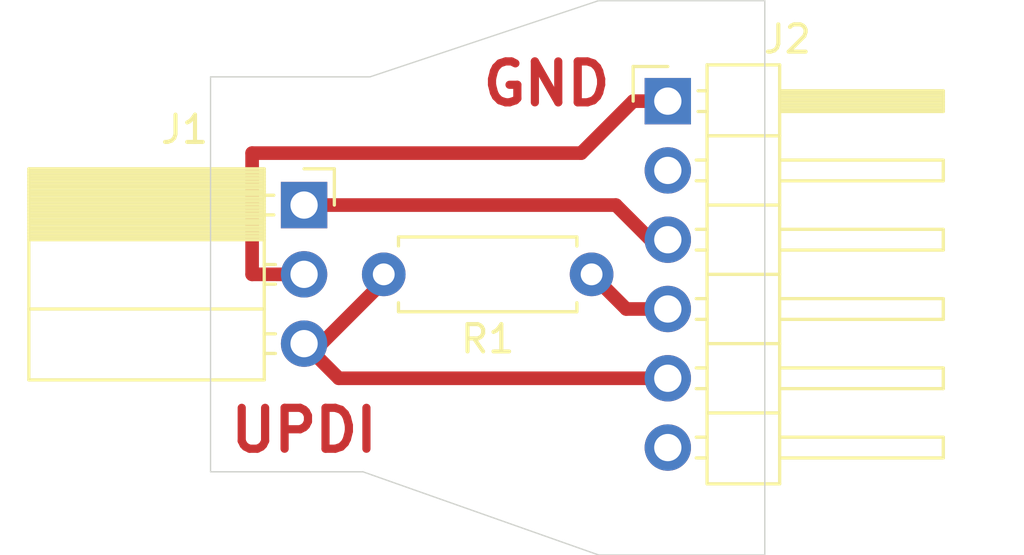
<source format=kicad_pcb>
(kicad_pcb (version 20171130) (host pcbnew "(5.1.9-0-10_14)")

  (general
    (thickness 1.6)
    (drawings 11)
    (tracks 15)
    (zones 0)
    (modules 3)
    (nets 7)
  )

  (page A4)
  (layers
    (0 F.Cu signal)
    (31 B.Cu signal)
    (32 B.Adhes user)
    (33 F.Adhes user)
    (34 B.Paste user)
    (35 F.Paste user)
    (36 B.SilkS user)
    (37 F.SilkS user)
    (38 B.Mask user)
    (39 F.Mask user)
    (40 Dwgs.User user)
    (41 Cmts.User user)
    (42 Eco1.User user)
    (43 Eco2.User user)
    (44 Edge.Cuts user)
    (45 Margin user)
    (46 B.CrtYd user)
    (47 F.CrtYd user)
    (48 B.Fab user)
    (49 F.Fab user)
  )

  (setup
    (last_trace_width 0.25)
    (user_trace_width 0.5)
    (trace_clearance 0.2)
    (zone_clearance 0.508)
    (zone_45_only no)
    (trace_min 0.2)
    (via_size 0.8)
    (via_drill 0.4)
    (via_min_size 0.4)
    (via_min_drill 0.3)
    (uvia_size 0.3)
    (uvia_drill 0.1)
    (uvias_allowed no)
    (uvia_min_size 0.2)
    (uvia_min_drill 0.1)
    (edge_width 0.05)
    (segment_width 0.2)
    (pcb_text_width 0.3)
    (pcb_text_size 1.5 1.5)
    (mod_edge_width 0.12)
    (mod_text_size 1 1)
    (mod_text_width 0.15)
    (pad_size 1.524 1.524)
    (pad_drill 0.762)
    (pad_to_mask_clearance 0)
    (aux_axis_origin 0 0)
    (visible_elements 7FFFFFFF)
    (pcbplotparams
      (layerselection 0x00000_7fffffff)
      (usegerberextensions false)
      (usegerberattributes true)
      (usegerberadvancedattributes true)
      (creategerberjobfile true)
      (excludeedgelayer true)
      (linewidth 0.100000)
      (plotframeref false)
      (viasonmask false)
      (mode 1)
      (useauxorigin false)
      (hpglpennumber 1)
      (hpglpenspeed 20)
      (hpglpendiameter 15.000000)
      (psnegative false)
      (psa4output false)
      (plotreference false)
      (plotvalue false)
      (plotinvisibletext false)
      (padsonsilk true)
      (subtractmaskfromsilk false)
      (outputformat 5)
      (mirror false)
      (drillshape 0)
      (scaleselection 1)
      (outputdirectory ""))
  )

  (net 0 "")
  (net 1 "Net-(J1-Pad3)")
  (net 2 "Net-(J1-Pad2)")
  (net 3 "Net-(J1-Pad1)")
  (net 4 "Net-(J2-Pad6)")
  (net 5 "Net-(J2-Pad4)")
  (net 6 "Net-(J2-Pad2)")

  (net_class Default "This is the default net class."
    (clearance 0.2)
    (trace_width 0.25)
    (via_dia 0.8)
    (via_drill 0.4)
    (uvia_dia 0.3)
    (uvia_drill 0.1)
    (add_net "Net-(J1-Pad1)")
    (add_net "Net-(J1-Pad2)")
    (add_net "Net-(J1-Pad3)")
    (add_net "Net-(J2-Pad2)")
    (add_net "Net-(J2-Pad4)")
    (add_net "Net-(J2-Pad6)")
  )

  (module Resistor_THT:R_Axial_DIN0207_L6.3mm_D2.5mm_P7.62mm_Horizontal (layer F.Cu) (tedit 5AE5139B) (tstamp 6002A023)
    (at 145.796 86.995 180)
    (descr "Resistor, Axial_DIN0207 series, Axial, Horizontal, pin pitch=7.62mm, 0.25W = 1/4W, length*diameter=6.3*2.5mm^2, http://cdn-reichelt.de/documents/datenblatt/B400/1_4W%23YAG.pdf")
    (tags "Resistor Axial_DIN0207 series Axial Horizontal pin pitch 7.62mm 0.25W = 1/4W length 6.3mm diameter 2.5mm")
    (path /6001DC60)
    (fp_text reference R1 (at 3.81 -2.37) (layer F.SilkS)
      (effects (font (size 1 1) (thickness 0.15)))
    )
    (fp_text value 4.99K (at 3.81 2.37) (layer F.Fab)
      (effects (font (size 1 1) (thickness 0.15)))
    )
    (fp_line (start 0.66 -1.25) (end 0.66 1.25) (layer F.Fab) (width 0.1))
    (fp_line (start 0.66 1.25) (end 6.96 1.25) (layer F.Fab) (width 0.1))
    (fp_line (start 6.96 1.25) (end 6.96 -1.25) (layer F.Fab) (width 0.1))
    (fp_line (start 6.96 -1.25) (end 0.66 -1.25) (layer F.Fab) (width 0.1))
    (fp_line (start 0 0) (end 0.66 0) (layer F.Fab) (width 0.1))
    (fp_line (start 7.62 0) (end 6.96 0) (layer F.Fab) (width 0.1))
    (fp_line (start 0.54 -1.04) (end 0.54 -1.37) (layer F.SilkS) (width 0.12))
    (fp_line (start 0.54 -1.37) (end 7.08 -1.37) (layer F.SilkS) (width 0.12))
    (fp_line (start 7.08 -1.37) (end 7.08 -1.04) (layer F.SilkS) (width 0.12))
    (fp_line (start 0.54 1.04) (end 0.54 1.37) (layer F.SilkS) (width 0.12))
    (fp_line (start 0.54 1.37) (end 7.08 1.37) (layer F.SilkS) (width 0.12))
    (fp_line (start 7.08 1.37) (end 7.08 1.04) (layer F.SilkS) (width 0.12))
    (fp_line (start -1.05 -1.5) (end -1.05 1.5) (layer F.CrtYd) (width 0.05))
    (fp_line (start -1.05 1.5) (end 8.67 1.5) (layer F.CrtYd) (width 0.05))
    (fp_line (start 8.67 1.5) (end 8.67 -1.5) (layer F.CrtYd) (width 0.05))
    (fp_line (start 8.67 -1.5) (end -1.05 -1.5) (layer F.CrtYd) (width 0.05))
    (fp_text user %R (at 3.81 0) (layer F.Fab)
      (effects (font (size 1 1) (thickness 0.15)))
    )
    (pad 2 thru_hole oval (at 7.62 0 180) (size 1.6 1.6) (drill 0.8) (layers *.Cu *.Mask)
      (net 1 "Net-(J1-Pad3)"))
    (pad 1 thru_hole circle (at 0 0 180) (size 1.6 1.6) (drill 0.8) (layers *.Cu *.Mask)
      (net 5 "Net-(J2-Pad4)"))
    (model ${KISYS3DMOD}/Resistor_THT.3dshapes/R_Axial_DIN0207_L6.3mm_D2.5mm_P7.62mm_Horizontal.wrl
      (at (xyz 0 0 0))
      (scale (xyz 1 1 1))
      (rotate (xyz 0 0 0))
    )
  )

  (module Connector_PinHeader_2.54mm:PinHeader_1x06_P2.54mm_Horizontal (layer F.Cu) (tedit 59FED5CB) (tstamp 6054BD71)
    (at 148.59 80.645)
    (descr "Through hole angled pin header, 1x06, 2.54mm pitch, 6mm pin length, single row")
    (tags "Through hole angled pin header THT 1x06 2.54mm single row")
    (path /6001C1A9)
    (fp_text reference J2 (at 4.385 -2.27) (layer F.SilkS)
      (effects (font (size 1 1) (thickness 0.15)))
    )
    (fp_text value Conn_FTDI_01x06_Male (at 4.385 14.97) (layer F.Fab)
      (effects (font (size 1 1) (thickness 0.15)))
    )
    (fp_line (start 2.135 -1.27) (end 4.04 -1.27) (layer F.Fab) (width 0.1))
    (fp_line (start 4.04 -1.27) (end 4.04 13.97) (layer F.Fab) (width 0.1))
    (fp_line (start 4.04 13.97) (end 1.5 13.97) (layer F.Fab) (width 0.1))
    (fp_line (start 1.5 13.97) (end 1.5 -0.635) (layer F.Fab) (width 0.1))
    (fp_line (start 1.5 -0.635) (end 2.135 -1.27) (layer F.Fab) (width 0.1))
    (fp_line (start -0.32 -0.32) (end 1.5 -0.32) (layer F.Fab) (width 0.1))
    (fp_line (start -0.32 -0.32) (end -0.32 0.32) (layer F.Fab) (width 0.1))
    (fp_line (start -0.32 0.32) (end 1.5 0.32) (layer F.Fab) (width 0.1))
    (fp_line (start 4.04 -0.32) (end 10.04 -0.32) (layer F.Fab) (width 0.1))
    (fp_line (start 10.04 -0.32) (end 10.04 0.32) (layer F.Fab) (width 0.1))
    (fp_line (start 4.04 0.32) (end 10.04 0.32) (layer F.Fab) (width 0.1))
    (fp_line (start -0.32 2.22) (end 1.5 2.22) (layer F.Fab) (width 0.1))
    (fp_line (start -0.32 2.22) (end -0.32 2.86) (layer F.Fab) (width 0.1))
    (fp_line (start -0.32 2.86) (end 1.5 2.86) (layer F.Fab) (width 0.1))
    (fp_line (start 4.04 2.22) (end 10.04 2.22) (layer F.Fab) (width 0.1))
    (fp_line (start 10.04 2.22) (end 10.04 2.86) (layer F.Fab) (width 0.1))
    (fp_line (start 4.04 2.86) (end 10.04 2.86) (layer F.Fab) (width 0.1))
    (fp_line (start -0.32 4.76) (end 1.5 4.76) (layer F.Fab) (width 0.1))
    (fp_line (start -0.32 4.76) (end -0.32 5.4) (layer F.Fab) (width 0.1))
    (fp_line (start -0.32 5.4) (end 1.5 5.4) (layer F.Fab) (width 0.1))
    (fp_line (start 4.04 4.76) (end 10.04 4.76) (layer F.Fab) (width 0.1))
    (fp_line (start 10.04 4.76) (end 10.04 5.4) (layer F.Fab) (width 0.1))
    (fp_line (start 4.04 5.4) (end 10.04 5.4) (layer F.Fab) (width 0.1))
    (fp_line (start -0.32 7.3) (end 1.5 7.3) (layer F.Fab) (width 0.1))
    (fp_line (start -0.32 7.3) (end -0.32 7.94) (layer F.Fab) (width 0.1))
    (fp_line (start -0.32 7.94) (end 1.5 7.94) (layer F.Fab) (width 0.1))
    (fp_line (start 4.04 7.3) (end 10.04 7.3) (layer F.Fab) (width 0.1))
    (fp_line (start 10.04 7.3) (end 10.04 7.94) (layer F.Fab) (width 0.1))
    (fp_line (start 4.04 7.94) (end 10.04 7.94) (layer F.Fab) (width 0.1))
    (fp_line (start -0.32 9.84) (end 1.5 9.84) (layer F.Fab) (width 0.1))
    (fp_line (start -0.32 9.84) (end -0.32 10.48) (layer F.Fab) (width 0.1))
    (fp_line (start -0.32 10.48) (end 1.5 10.48) (layer F.Fab) (width 0.1))
    (fp_line (start 4.04 9.84) (end 10.04 9.84) (layer F.Fab) (width 0.1))
    (fp_line (start 10.04 9.84) (end 10.04 10.48) (layer F.Fab) (width 0.1))
    (fp_line (start 4.04 10.48) (end 10.04 10.48) (layer F.Fab) (width 0.1))
    (fp_line (start -0.32 12.38) (end 1.5 12.38) (layer F.Fab) (width 0.1))
    (fp_line (start -0.32 12.38) (end -0.32 13.02) (layer F.Fab) (width 0.1))
    (fp_line (start -0.32 13.02) (end 1.5 13.02) (layer F.Fab) (width 0.1))
    (fp_line (start 4.04 12.38) (end 10.04 12.38) (layer F.Fab) (width 0.1))
    (fp_line (start 10.04 12.38) (end 10.04 13.02) (layer F.Fab) (width 0.1))
    (fp_line (start 4.04 13.02) (end 10.04 13.02) (layer F.Fab) (width 0.1))
    (fp_line (start 1.44 -1.33) (end 1.44 14.03) (layer F.SilkS) (width 0.12))
    (fp_line (start 1.44 14.03) (end 4.1 14.03) (layer F.SilkS) (width 0.12))
    (fp_line (start 4.1 14.03) (end 4.1 -1.33) (layer F.SilkS) (width 0.12))
    (fp_line (start 4.1 -1.33) (end 1.44 -1.33) (layer F.SilkS) (width 0.12))
    (fp_line (start 4.1 -0.38) (end 10.1 -0.38) (layer F.SilkS) (width 0.12))
    (fp_line (start 10.1 -0.38) (end 10.1 0.38) (layer F.SilkS) (width 0.12))
    (fp_line (start 10.1 0.38) (end 4.1 0.38) (layer F.SilkS) (width 0.12))
    (fp_line (start 4.1 -0.32) (end 10.1 -0.32) (layer F.SilkS) (width 0.12))
    (fp_line (start 4.1 -0.2) (end 10.1 -0.2) (layer F.SilkS) (width 0.12))
    (fp_line (start 4.1 -0.08) (end 10.1 -0.08) (layer F.SilkS) (width 0.12))
    (fp_line (start 4.1 0.04) (end 10.1 0.04) (layer F.SilkS) (width 0.12))
    (fp_line (start 4.1 0.16) (end 10.1 0.16) (layer F.SilkS) (width 0.12))
    (fp_line (start 4.1 0.28) (end 10.1 0.28) (layer F.SilkS) (width 0.12))
    (fp_line (start 1.11 -0.38) (end 1.44 -0.38) (layer F.SilkS) (width 0.12))
    (fp_line (start 1.11 0.38) (end 1.44 0.38) (layer F.SilkS) (width 0.12))
    (fp_line (start 1.44 1.27) (end 4.1 1.27) (layer F.SilkS) (width 0.12))
    (fp_line (start 4.1 2.16) (end 10.1 2.16) (layer F.SilkS) (width 0.12))
    (fp_line (start 10.1 2.16) (end 10.1 2.92) (layer F.SilkS) (width 0.12))
    (fp_line (start 10.1 2.92) (end 4.1 2.92) (layer F.SilkS) (width 0.12))
    (fp_line (start 1.042929 2.16) (end 1.44 2.16) (layer F.SilkS) (width 0.12))
    (fp_line (start 1.042929 2.92) (end 1.44 2.92) (layer F.SilkS) (width 0.12))
    (fp_line (start 1.44 3.81) (end 4.1 3.81) (layer F.SilkS) (width 0.12))
    (fp_line (start 4.1 4.7) (end 10.1 4.7) (layer F.SilkS) (width 0.12))
    (fp_line (start 10.1 4.7) (end 10.1 5.46) (layer F.SilkS) (width 0.12))
    (fp_line (start 10.1 5.46) (end 4.1 5.46) (layer F.SilkS) (width 0.12))
    (fp_line (start 1.042929 4.7) (end 1.44 4.7) (layer F.SilkS) (width 0.12))
    (fp_line (start 1.042929 5.46) (end 1.44 5.46) (layer F.SilkS) (width 0.12))
    (fp_line (start 1.44 6.35) (end 4.1 6.35) (layer F.SilkS) (width 0.12))
    (fp_line (start 4.1 7.24) (end 10.1 7.24) (layer F.SilkS) (width 0.12))
    (fp_line (start 10.1 7.24) (end 10.1 8) (layer F.SilkS) (width 0.12))
    (fp_line (start 10.1 8) (end 4.1 8) (layer F.SilkS) (width 0.12))
    (fp_line (start 1.042929 7.24) (end 1.44 7.24) (layer F.SilkS) (width 0.12))
    (fp_line (start 1.042929 8) (end 1.44 8) (layer F.SilkS) (width 0.12))
    (fp_line (start 1.44 8.89) (end 4.1 8.89) (layer F.SilkS) (width 0.12))
    (fp_line (start 4.1 9.78) (end 10.1 9.78) (layer F.SilkS) (width 0.12))
    (fp_line (start 10.1 9.78) (end 10.1 10.54) (layer F.SilkS) (width 0.12))
    (fp_line (start 10.1 10.54) (end 4.1 10.54) (layer F.SilkS) (width 0.12))
    (fp_line (start 1.042929 9.78) (end 1.44 9.78) (layer F.SilkS) (width 0.12))
    (fp_line (start 1.042929 10.54) (end 1.44 10.54) (layer F.SilkS) (width 0.12))
    (fp_line (start 1.44 11.43) (end 4.1 11.43) (layer F.SilkS) (width 0.12))
    (fp_line (start 4.1 12.32) (end 10.1 12.32) (layer F.SilkS) (width 0.12))
    (fp_line (start 10.1 12.32) (end 10.1 13.08) (layer F.SilkS) (width 0.12))
    (fp_line (start 10.1 13.08) (end 4.1 13.08) (layer F.SilkS) (width 0.12))
    (fp_line (start 1.042929 12.32) (end 1.44 12.32) (layer F.SilkS) (width 0.12))
    (fp_line (start 1.042929 13.08) (end 1.44 13.08) (layer F.SilkS) (width 0.12))
    (fp_line (start -1.27 0) (end -1.27 -1.27) (layer F.SilkS) (width 0.12))
    (fp_line (start -1.27 -1.27) (end 0 -1.27) (layer F.SilkS) (width 0.12))
    (fp_line (start -1.8 -1.8) (end -1.8 14.5) (layer F.CrtYd) (width 0.05))
    (fp_line (start -1.8 14.5) (end 10.55 14.5) (layer F.CrtYd) (width 0.05))
    (fp_line (start 10.55 14.5) (end 10.55 -1.8) (layer F.CrtYd) (width 0.05))
    (fp_line (start 10.55 -1.8) (end -1.8 -1.8) (layer F.CrtYd) (width 0.05))
    (fp_text user %R (at 2.77 6.35 90) (layer F.Fab)
      (effects (font (size 1 1) (thickness 0.15)))
    )
    (pad 6 thru_hole oval (at 0 12.7) (size 1.7 1.7) (drill 1) (layers *.Cu *.Mask)
      (net 4 "Net-(J2-Pad6)"))
    (pad 5 thru_hole oval (at 0 10.16) (size 1.7 1.7) (drill 1) (layers *.Cu *.Mask)
      (net 1 "Net-(J1-Pad3)"))
    (pad 4 thru_hole oval (at 0 7.62) (size 1.7 1.7) (drill 1) (layers *.Cu *.Mask)
      (net 5 "Net-(J2-Pad4)"))
    (pad 3 thru_hole oval (at 0 5.08) (size 1.7 1.7) (drill 1) (layers *.Cu *.Mask)
      (net 3 "Net-(J1-Pad1)"))
    (pad 2 thru_hole oval (at 0 2.54) (size 1.7 1.7) (drill 1) (layers *.Cu *.Mask)
      (net 6 "Net-(J2-Pad2)"))
    (pad 1 thru_hole rect (at 0 0) (size 1.7 1.7) (drill 1) (layers *.Cu *.Mask)
      (net 2 "Net-(J1-Pad2)"))
    (model ${KISYS3DMOD}/Connector_PinHeader_2.54mm.3dshapes/PinHeader_1x06_P2.54mm_Horizontal.wrl
      (at (xyz 0 0 0))
      (scale (xyz 1 1 1))
      (rotate (xyz 0 0 0))
    )
  )

  (module Connector_PinSocket_2.54mm:PinSocket_1x03_P2.54mm_Horizontal locked (layer F.Cu) (tedit 5A19A429) (tstamp 600297B7)
    (at 135.255 84.455)
    (descr "Through hole angled socket strip, 1x03, 2.54mm pitch, 8.51mm socket length, single row (from Kicad 4.0.7), script generated")
    (tags "Through hole angled socket strip THT 1x03 2.54mm single row")
    (path /6001A87F)
    (fp_text reference J1 (at -4.38 -2.77) (layer F.SilkS)
      (effects (font (size 1 1) (thickness 0.15)))
    )
    (fp_text value Conn_01x03_Male (at -4.38 7.85) (layer F.Fab)
      (effects (font (size 1 1) (thickness 0.15)))
    )
    (fp_line (start -10.03 -1.27) (end -2.49 -1.27) (layer F.Fab) (width 0.1))
    (fp_line (start -2.49 -1.27) (end -1.52 -0.3) (layer F.Fab) (width 0.1))
    (fp_line (start -1.52 -0.3) (end -1.52 6.35) (layer F.Fab) (width 0.1))
    (fp_line (start -1.52 6.35) (end -10.03 6.35) (layer F.Fab) (width 0.1))
    (fp_line (start -10.03 6.35) (end -10.03 -1.27) (layer F.Fab) (width 0.1))
    (fp_line (start 0 -0.3) (end -1.52 -0.3) (layer F.Fab) (width 0.1))
    (fp_line (start -1.52 0.3) (end 0 0.3) (layer F.Fab) (width 0.1))
    (fp_line (start 0 0.3) (end 0 -0.3) (layer F.Fab) (width 0.1))
    (fp_line (start 0 2.24) (end -1.52 2.24) (layer F.Fab) (width 0.1))
    (fp_line (start -1.52 2.84) (end 0 2.84) (layer F.Fab) (width 0.1))
    (fp_line (start 0 2.84) (end 0 2.24) (layer F.Fab) (width 0.1))
    (fp_line (start 0 4.78) (end -1.52 4.78) (layer F.Fab) (width 0.1))
    (fp_line (start -1.52 5.38) (end 0 5.38) (layer F.Fab) (width 0.1))
    (fp_line (start 0 5.38) (end 0 4.78) (layer F.Fab) (width 0.1))
    (fp_line (start -10.09 -1.21) (end -1.46 -1.21) (layer F.SilkS) (width 0.12))
    (fp_line (start -10.09 -1.091905) (end -1.46 -1.091905) (layer F.SilkS) (width 0.12))
    (fp_line (start -10.09 -0.97381) (end -1.46 -0.97381) (layer F.SilkS) (width 0.12))
    (fp_line (start -10.09 -0.855715) (end -1.46 -0.855715) (layer F.SilkS) (width 0.12))
    (fp_line (start -10.09 -0.73762) (end -1.46 -0.73762) (layer F.SilkS) (width 0.12))
    (fp_line (start -10.09 -0.619525) (end -1.46 -0.619525) (layer F.SilkS) (width 0.12))
    (fp_line (start -10.09 -0.50143) (end -1.46 -0.50143) (layer F.SilkS) (width 0.12))
    (fp_line (start -10.09 -0.383335) (end -1.46 -0.383335) (layer F.SilkS) (width 0.12))
    (fp_line (start -10.09 -0.26524) (end -1.46 -0.26524) (layer F.SilkS) (width 0.12))
    (fp_line (start -10.09 -0.147145) (end -1.46 -0.147145) (layer F.SilkS) (width 0.12))
    (fp_line (start -10.09 -0.02905) (end -1.46 -0.02905) (layer F.SilkS) (width 0.12))
    (fp_line (start -10.09 0.089045) (end -1.46 0.089045) (layer F.SilkS) (width 0.12))
    (fp_line (start -10.09 0.20714) (end -1.46 0.20714) (layer F.SilkS) (width 0.12))
    (fp_line (start -10.09 0.325235) (end -1.46 0.325235) (layer F.SilkS) (width 0.12))
    (fp_line (start -10.09 0.44333) (end -1.46 0.44333) (layer F.SilkS) (width 0.12))
    (fp_line (start -10.09 0.561425) (end -1.46 0.561425) (layer F.SilkS) (width 0.12))
    (fp_line (start -10.09 0.67952) (end -1.46 0.67952) (layer F.SilkS) (width 0.12))
    (fp_line (start -10.09 0.797615) (end -1.46 0.797615) (layer F.SilkS) (width 0.12))
    (fp_line (start -10.09 0.91571) (end -1.46 0.91571) (layer F.SilkS) (width 0.12))
    (fp_line (start -10.09 1.033805) (end -1.46 1.033805) (layer F.SilkS) (width 0.12))
    (fp_line (start -10.09 1.1519) (end -1.46 1.1519) (layer F.SilkS) (width 0.12))
    (fp_line (start -1.46 -0.36) (end -1.11 -0.36) (layer F.SilkS) (width 0.12))
    (fp_line (start -1.46 0.36) (end -1.11 0.36) (layer F.SilkS) (width 0.12))
    (fp_line (start -1.46 2.18) (end -1.05 2.18) (layer F.SilkS) (width 0.12))
    (fp_line (start -1.46 2.9) (end -1.05 2.9) (layer F.SilkS) (width 0.12))
    (fp_line (start -1.46 4.72) (end -1.05 4.72) (layer F.SilkS) (width 0.12))
    (fp_line (start -1.46 5.44) (end -1.05 5.44) (layer F.SilkS) (width 0.12))
    (fp_line (start -10.09 1.27) (end -1.46 1.27) (layer F.SilkS) (width 0.12))
    (fp_line (start -10.09 3.81) (end -1.46 3.81) (layer F.SilkS) (width 0.12))
    (fp_line (start -10.09 -1.33) (end -1.46 -1.33) (layer F.SilkS) (width 0.12))
    (fp_line (start -1.46 -1.33) (end -1.46 6.41) (layer F.SilkS) (width 0.12))
    (fp_line (start -10.09 6.41) (end -1.46 6.41) (layer F.SilkS) (width 0.12))
    (fp_line (start -10.09 -1.33) (end -10.09 6.41) (layer F.SilkS) (width 0.12))
    (fp_line (start 1.11 -1.33) (end 1.11 0) (layer F.SilkS) (width 0.12))
    (fp_line (start 0 -1.33) (end 1.11 -1.33) (layer F.SilkS) (width 0.12))
    (fp_line (start 1.75 -1.8) (end -10.55 -1.8) (layer F.CrtYd) (width 0.05))
    (fp_line (start -10.55 -1.8) (end -10.55 6.85) (layer F.CrtYd) (width 0.05))
    (fp_line (start -10.55 6.85) (end 1.75 6.85) (layer F.CrtYd) (width 0.05))
    (fp_line (start 1.75 6.85) (end 1.75 -1.8) (layer F.CrtYd) (width 0.05))
    (fp_text user %R (at -5.775 2.54) (layer F.Fab)
      (effects (font (size 1 1) (thickness 0.15)))
    )
    (pad 3 thru_hole oval (at 0 5.08) (size 1.7 1.7) (drill 1) (layers *.Cu *.Mask)
      (net 1 "Net-(J1-Pad3)"))
    (pad 2 thru_hole oval (at 0 2.54) (size 1.7 1.7) (drill 1) (layers *.Cu *.Mask)
      (net 2 "Net-(J1-Pad2)"))
    (pad 1 thru_hole rect (at 0 0) (size 1.7 1.7) (drill 1) (layers *.Cu *.Mask)
      (net 3 "Net-(J1-Pad1)"))
    (model ${KISYS3DMOD}/Connector_PinSocket_2.54mm.3dshapes/PinSocket_1x03_P2.54mm_Horizontal.wrl
      (at (xyz 0 0 0))
      (scale (xyz 1 1 1))
      (rotate (xyz 0 0 0))
    )
  )

  (gr_line (start 131.826 79.756) (end 131.826 94.234) (layer Edge.Cuts) (width 0.05) (tstamp 6054BEAF))
  (gr_line (start 137.668 79.756) (end 131.826 79.756) (layer Edge.Cuts) (width 0.05))
  (gr_line (start 146.05 76.962) (end 137.668 79.756) (layer Edge.Cuts) (width 0.05))
  (gr_line (start 152.146 76.962) (end 146.05 76.962) (layer Edge.Cuts) (width 0.05))
  (gr_line (start 152.146 97.282) (end 152.146 76.962) (layer Edge.Cuts) (width 0.05))
  (gr_line (start 146.05 97.282) (end 152.146 97.282) (layer Edge.Cuts) (width 0.05))
  (gr_line (start 137.414 94.234) (end 146.05 97.282) (layer Edge.Cuts) (width 0.05))
  (gr_line (start 131.826 94.234) (end 137.414 94.234) (layer Edge.Cuts) (width 0.05))
  (gr_text GND (at 144.145 80.01) (layer F.Cu)
    (effects (font (size 1.5 1.5) (thickness 0.3)))
  )
  (gr_text UPDI (at 135.255 92.71) (layer F.Cu)
    (effects (font (size 1.5 1.5) (thickness 0.3)))
  )
  (gr_poly (pts (xy 151.765 96.52) (xy 146.05 96.52) (xy 137.4775 93.98) (xy 132.08 93.98) (xy 132.08 80.01) (xy 137.795 80.01) (xy 146.05 77.47) (xy 151.765 77.47)) (layer Dwgs.User) (width 0.1))

  (segment (start 135.255 89.535) (end 136.525 90.805) (width 0.5) (layer F.Cu) (net 1))
  (segment (start 136.525 90.805) (end 148.59 90.805) (width 0.5) (layer F.Cu) (net 1))
  (segment (start 138.176 87.249) (end 138.176 86.995) (width 0.5) (layer F.Cu) (net 1))
  (segment (start 135.89 89.535) (end 138.176 87.249) (width 0.5) (layer F.Cu) (net 1))
  (segment (start 135.255 89.535) (end 135.89 89.535) (width 0.5) (layer F.Cu) (net 1))
  (segment (start 135.255 86.995) (end 133.35 86.995) (width 0.5) (layer F.Cu) (net 2))
  (segment (start 133.35 86.995) (end 133.35 82.55) (width 0.5) (layer F.Cu) (net 2))
  (segment (start 133.35 82.55) (end 145.415 82.55) (width 0.5) (layer F.Cu) (net 2))
  (segment (start 145.415 82.55) (end 147.32 80.645) (width 0.5) (layer F.Cu) (net 2))
  (segment (start 147.32 80.645) (end 148.59 80.645) (width 0.5) (layer F.Cu) (net 2))
  (segment (start 135.255 84.455) (end 146.685 84.455) (width 0.5) (layer F.Cu) (net 3))
  (segment (start 146.685 84.455) (end 147.955 85.725) (width 0.5) (layer F.Cu) (net 3))
  (segment (start 147.955 85.725) (end 148.59 85.725) (width 0.5) (layer F.Cu) (net 3))
  (segment (start 147.066 88.265) (end 148.59 88.265) (width 0.5) (layer F.Cu) (net 5))
  (segment (start 145.796 86.995) (end 147.066 88.265) (width 0.5) (layer F.Cu) (net 5))

)

</source>
